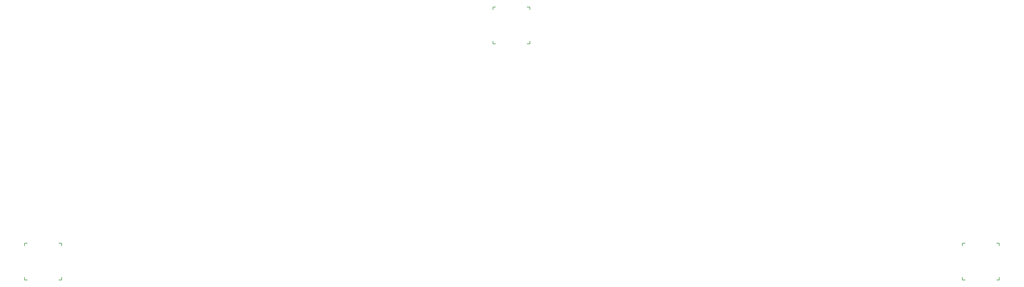
<source format=gbr>
G04 #@! TF.GenerationSoftware,KiCad,Pcbnew,9.0.0*
G04 #@! TF.CreationDate,2025-03-01T00:43:59+09:00*
G04 #@! TF.ProjectId,tijuana_lp,74696a75-616e-4615-9f6c-702e6b696361,rev?*
G04 #@! TF.SameCoordinates,Original*
G04 #@! TF.FileFunction,Legend,Top*
G04 #@! TF.FilePolarity,Positive*
%FSLAX46Y46*%
G04 Gerber Fmt 4.6, Leading zero omitted, Abs format (unit mm)*
G04 Created by KiCad (PCBNEW 9.0.0) date 2025-03-01 00:43:59*
%MOMM*%
%LPD*%
G01*
G04 APERTURE LIST*
%ADD10C,0.150000*%
G04 APERTURE END LIST*
D10*
X25037350Y-93743750D02*
X25037350Y-94537500D01*
X25037350Y-104062500D02*
X25037350Y-104856250D01*
X25037350Y-104856250D02*
X25831100Y-104856250D01*
X25831100Y-93743750D02*
X25037350Y-93743750D01*
X35356100Y-93743750D02*
X36149850Y-93743750D01*
X35356100Y-104856250D02*
X36149850Y-104856250D01*
X36149850Y-93743750D02*
X36149850Y-94537500D01*
X36149850Y-104856250D02*
X36149850Y-104062500D01*
X307037350Y-93743750D02*
X307037350Y-94537500D01*
X307037350Y-104062500D02*
X307037350Y-104856250D01*
X307037350Y-104856250D02*
X307831100Y-104856250D01*
X307831100Y-93743750D02*
X307037350Y-93743750D01*
X317356100Y-93743750D02*
X318149850Y-93743750D01*
X317356100Y-104856250D02*
X318149850Y-104856250D01*
X318149850Y-93743750D02*
X318149850Y-94537500D01*
X318149850Y-104856250D02*
X318149850Y-104062500D01*
X165849650Y-22543750D02*
X165849650Y-23337500D01*
X165849650Y-32862500D02*
X165849650Y-33656250D01*
X165849650Y-33656250D02*
X166643400Y-33656250D01*
X166643400Y-22543750D02*
X165849650Y-22543750D01*
X176168400Y-22543750D02*
X176962150Y-22543750D01*
X176168400Y-33656250D02*
X176962150Y-33656250D01*
X176962150Y-22543750D02*
X176962150Y-23337500D01*
X176962150Y-33656250D02*
X176962150Y-32862500D01*
M02*

</source>
